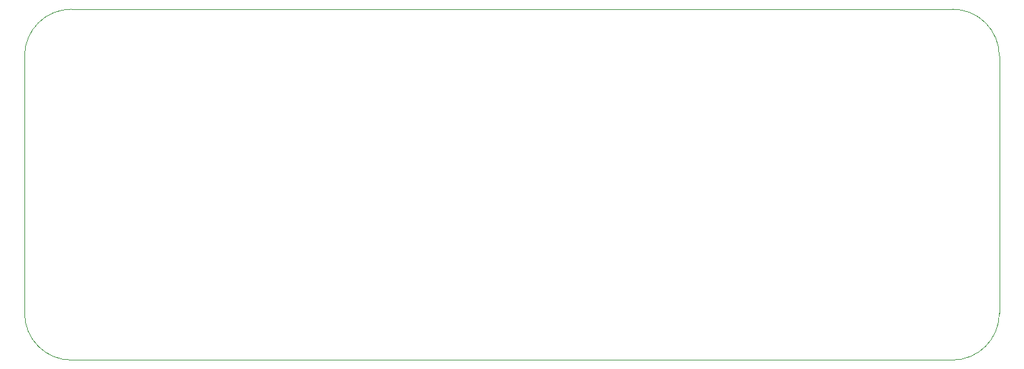
<source format=gbr>
G04 #@! TF.GenerationSoftware,KiCad,Pcbnew,5.1.6*
G04 #@! TF.CreationDate,2020-10-16T21:43:55+02:00*
G04 #@! TF.ProjectId,raveracer,72617665-7261-4636-9572-2e6b69636164,rev?*
G04 #@! TF.SameCoordinates,Original*
G04 #@! TF.FileFunction,Profile,NP*
%FSLAX46Y46*%
G04 Gerber Fmt 4.6, Leading zero omitted, Abs format (unit mm)*
G04 Created by KiCad (PCBNEW 5.1.6) date 2020-10-16 21:43:55*
%MOMM*%
%LPD*%
G01*
G04 APERTURE LIST*
G04 #@! TA.AperFunction,Profile*
%ADD10C,0.050000*%
G04 #@! TD*
G04 APERTURE END LIST*
D10*
X0Y-85000000D02*
G75*
G03*
X6000000Y-91000000I6000000J0D01*
G01*
X119000000Y-91000000D02*
G75*
G03*
X125000000Y-85000000I0J6000000D01*
G01*
X125000000Y-52000000D02*
G75*
G03*
X119000000Y-46000000I-6000000J0D01*
G01*
X6000000Y-46000000D02*
G75*
G03*
X0Y-52000000I0J-6000000D01*
G01*
X6000000Y-91000000D02*
X119000000Y-91000000D01*
X125000000Y-52000000D02*
X125000000Y-85000000D01*
X0Y-52000000D02*
X0Y-85000000D01*
X119000000Y-46000000D02*
X6000000Y-46000000D01*
M02*

</source>
